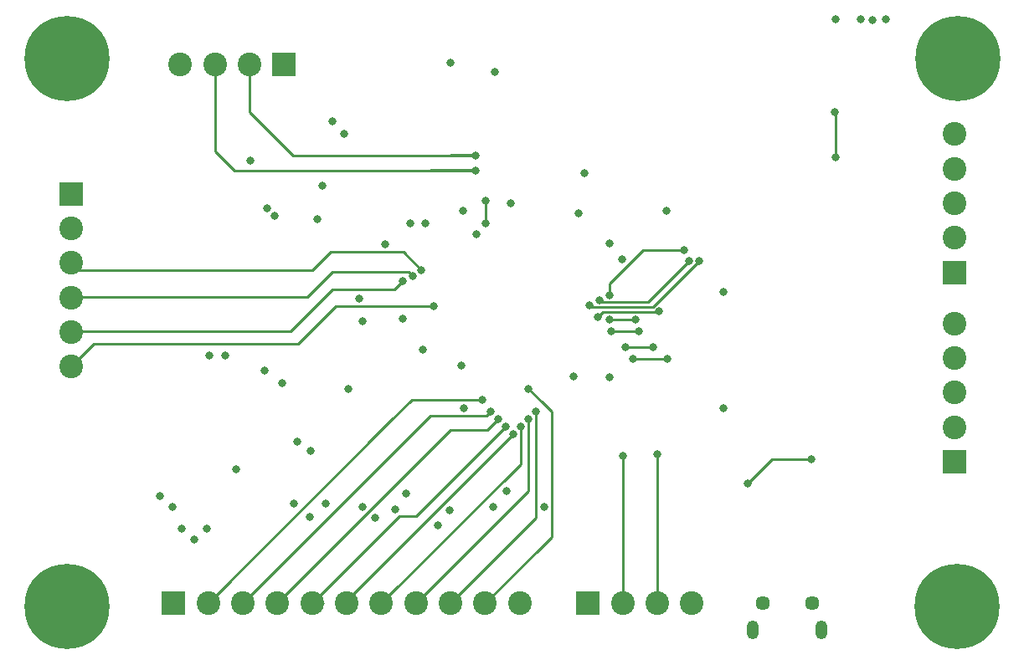
<source format=gbr>
%TF.GenerationSoftware,KiCad,Pcbnew,(5.1.8)-1*%
%TF.CreationDate,2020-12-28T13:01:50-08:00*%
%TF.ProjectId,STMboard,53544d62-6f61-4726-942e-6b696361645f,rev?*%
%TF.SameCoordinates,Original*%
%TF.FileFunction,Copper,L4,Bot*%
%TF.FilePolarity,Positive*%
%FSLAX46Y46*%
G04 Gerber Fmt 4.6, Leading zero omitted, Abs format (unit mm)*
G04 Created by KiCad (PCBNEW (5.1.8)-1) date 2020-12-28 13:01:50*
%MOMM*%
%LPD*%
G01*
G04 APERTURE LIST*
%TA.AperFunction,ComponentPad*%
%ADD10R,2.400000X2.400000*%
%TD*%
%TA.AperFunction,ComponentPad*%
%ADD11C,2.400000*%
%TD*%
%TA.AperFunction,ComponentPad*%
%ADD12C,0.900000*%
%TD*%
%TA.AperFunction,ComponentPad*%
%ADD13C,8.600000*%
%TD*%
%TA.AperFunction,ComponentPad*%
%ADD14C,1.450000*%
%TD*%
%TA.AperFunction,ComponentPad*%
%ADD15O,1.200000X1.900000*%
%TD*%
%TA.AperFunction,ViaPad*%
%ADD16C,0.800000*%
%TD*%
%TA.AperFunction,Conductor*%
%ADD17C,0.250000*%
%TD*%
%TA.AperFunction,Conductor*%
%ADD18C,0.300000*%
%TD*%
G04 APERTURE END LIST*
D10*
%TO.P,J8,1*%
%TO.N,+5V*%
X185110000Y-115830000D03*
D11*
%TO.P,J8,2*%
%TO.N,Net-(J8-Pad2)*%
X185110000Y-112330000D03*
%TO.P,J8,3*%
%TO.N,Net-(J8-Pad3)*%
X185110000Y-108830000D03*
%TO.P,J8,4*%
%TO.N,Net-(J8-Pad4)*%
X185110000Y-105330000D03*
%TO.P,J8,5*%
%TO.N,Net-(J8-Pad5)*%
X185110000Y-101830000D03*
%TD*%
D12*
%TO.P,H1,1*%
%TO.N,GND*%
X187655419Y-72719581D03*
X185375000Y-71775000D03*
X183094581Y-72719581D03*
X182150000Y-75000000D03*
X183094581Y-77280419D03*
X185375000Y-78225000D03*
X187655419Y-77280419D03*
X188600000Y-75000000D03*
D13*
X185375000Y-75000000D03*
%TD*%
D12*
%TO.P,H2,1*%
%TO.N,GND*%
X187605419Y-128219581D03*
X185325000Y-127275000D03*
X183044581Y-128219581D03*
X182100000Y-130500000D03*
X183044581Y-132780419D03*
X185325000Y-133725000D03*
X187605419Y-132780419D03*
X188550000Y-130500000D03*
D13*
X185325000Y-130500000D03*
%TD*%
%TO.P,H3,1*%
%TO.N,GND*%
X95325000Y-130500000D03*
D12*
X98550000Y-130500000D03*
X97605419Y-132780419D03*
X95325000Y-133725000D03*
X93044581Y-132780419D03*
X92100000Y-130500000D03*
X93044581Y-128219581D03*
X95325000Y-127275000D03*
X97605419Y-128219581D03*
%TD*%
D13*
%TO.P,H4,1*%
%TO.N,GND*%
X95325000Y-75000000D03*
D12*
X98550000Y-75000000D03*
X97605419Y-77280419D03*
X95325000Y-78225000D03*
X93044581Y-77280419D03*
X92100000Y-75000000D03*
X93044581Y-72719581D03*
X95325000Y-71775000D03*
X97605419Y-72719581D03*
%TD*%
D10*
%TO.P,J1,1*%
%TO.N,+12V*%
X95760000Y-88700000D03*
D11*
%TO.P,J1,2*%
%TO.N,GND*%
X95760000Y-92200000D03*
%TO.P,J1,3*%
%TO.N,PC13*%
X95760000Y-95700000D03*
%TO.P,J1,4*%
%TO.N,PC14*%
X95760000Y-99200000D03*
%TO.P,J1,5*%
%TO.N,PC15*%
X95760000Y-102700000D03*
%TO.P,J1,6*%
%TO.N,PC8*%
X95760000Y-106200000D03*
%TD*%
D14*
%TO.P,J2,6*%
%TO.N,Net-(J2-Pad6)*%
X165650000Y-130137500D03*
X170650000Y-130137500D03*
D15*
X164650000Y-132837500D03*
X171650000Y-132837500D03*
%TD*%
D11*
%TO.P,J4,4*%
%TO.N,GND*%
X106790000Y-75580000D03*
%TO.P,J4,3*%
%TO.N,I2C1_SDA*%
X110290000Y-75580000D03*
%TO.P,J4,2*%
%TO.N,I2C1_SCL*%
X113790000Y-75580000D03*
D10*
%TO.P,J4,1*%
%TO.N,+3V3*%
X117290000Y-75580000D03*
%TD*%
D11*
%TO.P,J5,5*%
%TO.N,Net-(J5-Pad5)*%
X185120000Y-82670000D03*
%TO.P,J5,4*%
%TO.N,Net-(J5-Pad4)*%
X185120000Y-86170000D03*
%TO.P,J5,3*%
%TO.N,Net-(J5-Pad3)*%
X185120000Y-89670000D03*
%TO.P,J5,2*%
%TO.N,Net-(J5-Pad2)*%
X185120000Y-93170000D03*
D10*
%TO.P,J5,1*%
%TO.N,+5V*%
X185120000Y-96670000D03*
%TD*%
%TO.P,J6,1*%
%TO.N,+3V3*%
X106100000Y-130170000D03*
D11*
%TO.P,J6,2*%
%TO.N,PA4*%
X109600000Y-130170000D03*
%TO.P,J6,3*%
%TO.N,PA5*%
X113100000Y-130170000D03*
%TO.P,J6,4*%
%TO.N,PA6*%
X116600000Y-130170000D03*
%TO.P,J6,5*%
%TO.N,PA7*%
X120100000Y-130170000D03*
%TO.P,J6,6*%
%TO.N,PC4*%
X123600000Y-130170000D03*
%TO.P,J6,7*%
%TO.N,PC5*%
X127100000Y-130170000D03*
%TO.P,J6,8*%
%TO.N,PB0*%
X130600000Y-130170000D03*
%TO.P,J6,9*%
%TO.N,PB1*%
X134100000Y-130170000D03*
%TO.P,J6,10*%
%TO.N,PB2*%
X137600000Y-130170000D03*
%TO.P,J6,11*%
%TO.N,GND*%
X141100000Y-130170000D03*
%TD*%
D10*
%TO.P,J7,1*%
%TO.N,+3V3*%
X148010000Y-130120000D03*
D11*
%TO.P,J7,2*%
%TO.N,UART3_TX*%
X151510000Y-130120000D03*
%TO.P,J7,3*%
%TO.N,UART3_RX*%
X155010000Y-130120000D03*
%TO.P,J7,4*%
%TO.N,GND*%
X158510000Y-130120000D03*
%TD*%
D16*
%TO.N,+3V3*%
X135450000Y-110400000D03*
X135382000Y-90424000D03*
X155956000Y-90424000D03*
X147066000Y-90678000D03*
X131572000Y-91694000D03*
X121158000Y-87884000D03*
X115570000Y-90170000D03*
X146558000Y-107188000D03*
X140208000Y-89662000D03*
X138600000Y-76390000D03*
X178120000Y-71070000D03*
X105960000Y-120370000D03*
X134060000Y-120720000D03*
X132860000Y-122260000D03*
X139760000Y-118790000D03*
X138430000Y-120390000D03*
X109710000Y-105110000D03*
X111330000Y-105110000D03*
X104720000Y-119280000D03*
X131310000Y-104520000D03*
%TO.N,GND*%
X120630000Y-91260000D03*
X113900000Y-85390000D03*
X123760000Y-108440000D03*
X134112000Y-75438000D03*
X161720000Y-110390000D03*
X161720000Y-98670000D03*
X130048000Y-91694000D03*
X116332000Y-90932000D03*
X112450000Y-116590000D03*
X150160000Y-107320000D03*
X135200000Y-106070000D03*
X173020000Y-71070000D03*
X175580000Y-71080000D03*
X176800000Y-71110000D03*
X125240000Y-101580000D03*
X129300000Y-101380000D03*
X143600000Y-120420000D03*
X119960000Y-114770000D03*
X115330000Y-106580000D03*
X119860000Y-121440000D03*
X118250000Y-120080000D03*
X121480000Y-120080000D03*
X108230000Y-123730000D03*
X129660000Y-119040000D03*
X124870000Y-99320000D03*
X127480000Y-93840000D03*
X118610000Y-113780000D03*
X109510000Y-122630000D03*
X106930000Y-122600000D03*
X117060000Y-107890000D03*
X126530000Y-121540000D03*
X125190000Y-120430000D03*
X128520000Y-120620000D03*
X136750000Y-92820000D03*
X151480000Y-95330000D03*
X150180000Y-93710000D03*
X147670000Y-86600000D03*
X123350000Y-82630000D03*
X122190000Y-81400000D03*
%TO.N,+5V*%
X164200000Y-118000000D03*
X170600000Y-115600000D03*
%TO.N,NRST*%
X173020000Y-85020000D03*
X172970000Y-80410000D03*
%TO.N,I2C1_SCL*%
X136652000Y-84836000D03*
%TO.N,I2C1_SDA*%
X136652000Y-86360000D03*
%TO.N,PA4*%
X137360000Y-109570000D03*
%TO.N,PA5*%
X138176000Y-110744000D03*
%TO.N,PA6*%
X138938000Y-111506000D03*
%TO.N,PA7*%
X139700000Y-112268000D03*
%TO.N,PC4*%
X140462000Y-113030000D03*
%TO.N,PC5*%
X141224000Y-112268000D03*
%TO.N,PB0*%
X141986000Y-111506000D03*
%TO.N,PB1*%
X142748000Y-110744000D03*
%TO.N,PB2*%
X142000000Y-108458000D03*
%TO.N,UART3_RX*%
X155020000Y-115070000D03*
%TO.N,UART3_TX*%
X151530000Y-115220000D03*
%TO.N,BOOT0*%
X137668000Y-89408000D03*
X137663347Y-91698653D03*
%TO.N,STEP_2-4*%
X152600000Y-105400000D03*
X156000000Y-105400000D03*
%TO.N,STEP_2-3*%
X151800000Y-104200000D03*
X154600000Y-104200000D03*
%TO.N,STEP_2-2*%
X150400000Y-102600000D03*
X153200000Y-102600000D03*
%TO.N,STEP_2-1*%
X150200000Y-101400000D03*
X152800000Y-101400000D03*
%TO.N,STEP_1-4*%
X149000000Y-101200000D03*
X155200000Y-100600000D03*
%TO.N,STEP_1-3*%
X148200000Y-99975000D03*
X159287347Y-95487347D03*
%TO.N,STEP_1-2*%
X149200000Y-99475000D03*
X158215703Y-95533686D03*
%TO.N,STEP_1-1*%
X150200000Y-98962712D03*
X157708694Y-94425980D03*
%TO.N,PC15*%
X129320000Y-97549990D03*
%TO.N,PC14*%
X130272034Y-97025000D03*
%TO.N,PC13*%
X131180000Y-96400000D03*
%TO.N,PC8*%
X132450000Y-100120000D03*
%TD*%
D17*
%TO.N,+5V*%
X164200000Y-118000000D02*
X166600000Y-115600000D01*
X166600000Y-115600000D02*
X170600000Y-115600000D01*
%TO.N,NRST*%
X173020000Y-80460000D02*
X172970000Y-80410000D01*
X173020000Y-85020000D02*
X173020000Y-80460000D01*
D18*
%TO.N,I2C1_SCL*%
X136652000Y-84836000D02*
X134168000Y-84836000D01*
D17*
X113790000Y-80410000D02*
X113790000Y-75580000D01*
X118216000Y-84836000D02*
X113790000Y-80410000D01*
X134168000Y-84836000D02*
X118216000Y-84836000D01*
D18*
%TO.N,I2C1_SDA*%
X136652000Y-86360000D02*
X132192000Y-86360000D01*
D17*
X110290000Y-84400000D02*
X110290000Y-75580000D01*
X112250000Y-86360000D02*
X110290000Y-84400000D01*
X132192000Y-86360000D02*
X112250000Y-86360000D01*
%TO.N,PA4*%
X128046999Y-111723001D02*
X109600000Y-130170000D01*
X130187999Y-109582001D02*
X128046999Y-111723001D01*
X137014001Y-109582001D02*
X130187999Y-109582001D01*
%TO.N,PA5*%
X138176000Y-110744000D02*
X137710000Y-111210000D01*
X132060000Y-111210000D02*
X113100000Y-130170000D01*
X137710000Y-111210000D02*
X132060000Y-111210000D01*
%TO.N,PA6*%
X134146979Y-112623021D02*
X116600000Y-130170000D01*
X137820979Y-112623021D02*
X134146979Y-112623021D01*
X138938000Y-111506000D02*
X137820979Y-112623021D01*
%TO.N,PA7*%
X121232315Y-130170000D02*
X120100000Y-130170000D01*
X128924999Y-121345001D02*
X120100000Y-130170000D01*
X130622999Y-121345001D02*
X128924999Y-121345001D01*
X139700000Y-112268000D02*
X130622999Y-121345001D01*
%TO.N,PC4*%
X123600000Y-129892000D02*
X123600000Y-130170000D01*
X140462000Y-113030000D02*
X123600000Y-129892000D01*
%TO.N,PC5*%
X141187001Y-116082999D02*
X127100000Y-130170000D01*
X141187001Y-112870684D02*
X141187001Y-116082999D01*
X141224000Y-112833685D02*
X141187001Y-112870684D01*
X141224000Y-112268000D02*
X141224000Y-112833685D01*
%TO.N,PB0*%
X141986000Y-118784000D02*
X130600000Y-130170000D01*
X141986000Y-111506000D02*
X141986000Y-118784000D01*
%TO.N,PB1*%
X142748000Y-121522000D02*
X134100000Y-130170000D01*
X142748000Y-110744000D02*
X142748000Y-121522000D01*
%TO.N,PB2*%
X143473001Y-124296999D02*
X137600000Y-130170000D01*
X142000000Y-108458000D02*
X143473001Y-109931001D01*
X143473001Y-109931001D02*
X143541001Y-109931001D01*
X144325001Y-123444999D02*
X143473001Y-124296999D01*
X144325001Y-110715001D02*
X144325001Y-123444999D01*
X143541001Y-109931001D02*
X144325001Y-110715001D01*
%TO.N,UART3_RX*%
X155020000Y-130110000D02*
X155010000Y-130120000D01*
X155020000Y-115070000D02*
X155020000Y-130110000D01*
%TO.N,UART3_TX*%
X151530000Y-130100000D02*
X151510000Y-130120000D01*
X151530000Y-115220000D02*
X151530000Y-130100000D01*
%TO.N,BOOT0*%
X137668000Y-91694000D02*
X137663347Y-91698653D01*
X137668000Y-89408000D02*
X137668000Y-91694000D01*
%TO.N,STEP_2-4*%
X152600000Y-105400000D02*
X156000000Y-105400000D01*
%TO.N,STEP_2-3*%
X151800000Y-104200000D02*
X154600000Y-104200000D01*
%TO.N,STEP_2-2*%
X150400000Y-102600000D02*
X153200000Y-102600000D01*
%TO.N,STEP_2-1*%
X150200000Y-101400000D02*
X152800000Y-101400000D01*
%TO.N,STEP_1-4*%
X149525001Y-100674999D02*
X155125001Y-100674999D01*
X155125001Y-100674999D02*
X155200000Y-100600000D01*
X149000000Y-101200000D02*
X149525001Y-100674999D01*
%TO.N,STEP_1-3*%
X154574693Y-100200001D02*
X159287347Y-95487347D01*
X148425001Y-100200001D02*
X154574693Y-100200001D01*
X148200000Y-99975000D02*
X148425001Y-100200001D01*
%TO.N,STEP_1-2*%
X149200000Y-99475000D02*
X149412713Y-99687713D01*
X154061675Y-99687713D02*
X154061676Y-99687713D01*
X154061676Y-99687713D02*
X158215703Y-95533686D01*
X149412713Y-99687713D02*
X154061675Y-99687713D01*
%TO.N,STEP_1-1*%
X150200000Y-98962712D02*
X150200000Y-97770000D01*
X153544020Y-94425980D02*
X157708694Y-94425980D01*
X150200000Y-97770000D02*
X153544020Y-94425980D01*
%TO.N,PC15*%
X122200000Y-98400000D02*
X117954000Y-102646000D01*
D18*
X94874000Y-102646000D02*
X94860000Y-102660000D01*
D17*
X117954000Y-102646000D02*
X105406000Y-102646000D01*
X105406000Y-102646000D02*
X105156000Y-102646000D01*
X95814000Y-102646000D02*
X95760000Y-102700000D01*
X105156000Y-102646000D02*
X95814000Y-102646000D01*
X128469990Y-98400000D02*
X122200000Y-98400000D01*
X129320000Y-97549990D02*
X128469990Y-98400000D01*
D18*
%TO.N,PC14*%
X94874000Y-99146000D02*
X94860000Y-99160000D01*
D17*
X122000000Y-96800000D02*
X119654000Y-99146000D01*
X95814000Y-99146000D02*
X95760000Y-99200000D01*
X119654000Y-99146000D02*
X95814000Y-99146000D01*
X122174999Y-96625001D02*
X122000000Y-96800000D01*
X129872035Y-96625001D02*
X122174999Y-96625001D01*
X130272034Y-97025000D02*
X129872035Y-96625001D01*
D18*
%TO.N,PC13*%
X95708001Y-96508001D02*
X94860000Y-95660000D01*
D17*
X96543001Y-96483001D02*
X95760000Y-95700000D01*
X120116999Y-96483001D02*
X96543001Y-96483001D01*
X122010000Y-94590000D02*
X120475000Y-96125000D01*
X129370000Y-94590000D02*
X122010000Y-94590000D01*
X131180000Y-96400000D02*
X129370000Y-94590000D01*
X120475000Y-96125000D02*
X120116999Y-96483001D01*
X120600000Y-96000000D02*
X120475000Y-96125000D01*
D18*
%TO.N,PC8*%
X95020000Y-106000000D02*
X94860000Y-106160000D01*
D17*
X95960000Y-106000000D02*
X95760000Y-106200000D01*
X98070000Y-103890000D02*
X95760000Y-106200000D01*
X118710000Y-103890000D02*
X98070000Y-103890000D01*
X122480000Y-100120000D02*
X118710000Y-103890000D01*
X132450000Y-100120000D02*
X122480000Y-100120000D01*
%TD*%
M02*

</source>
